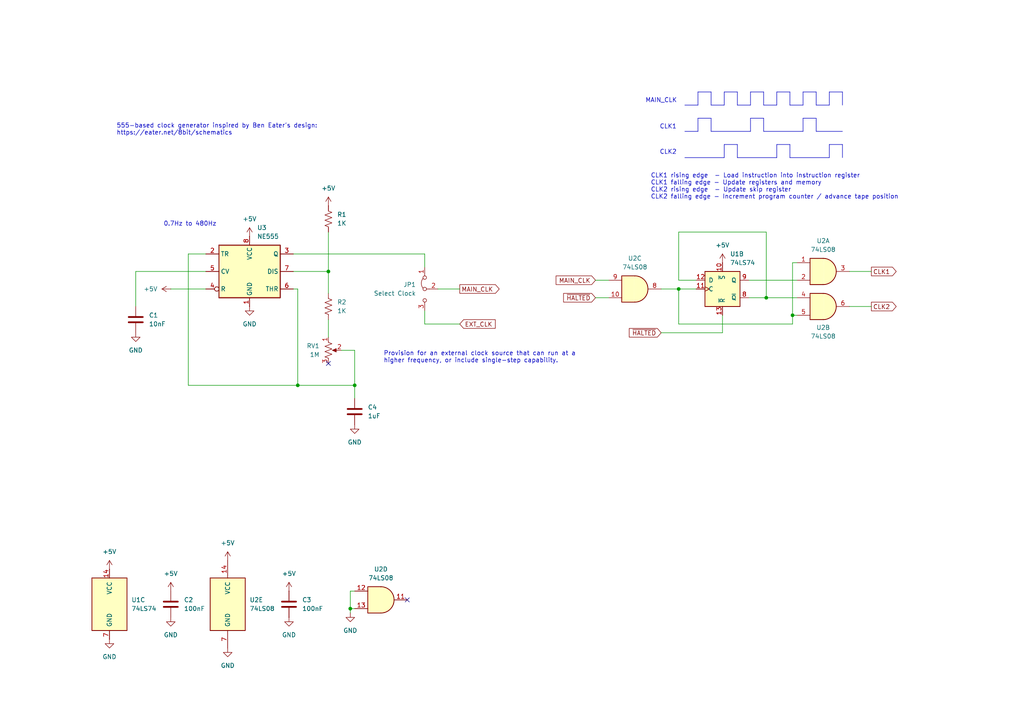
<source format=kicad_sch>
(kicad_sch (version 20231120) (generator "eeschema") (generator_version "8.0")
  (paper "A4")
  (title_block (title "UE1- TTL Clock and Diagnostics") (date "2025") (rev "1") (comment 1 "Copyright (c) 2025 Rhys Weatherley") (comment 3 "Clock"))
  (lib_symbols
    (symbol "74xx:74LS08" (pin_names (offset 1.016))
      (property "Reference" "U" (at 0 1.27 0))
      (property "Value" "74LS08" (at 0 -1.27 0))
      (symbol "74LS08_1_1"
        (arc (start 0 -3.81) (mid 3.7934 0) (end 0 3.81) (stroke (width 0.254)) (fill (type background)))
        (polyline (pts (xy 0 3.81) (xy -3.81 3.81) (xy -3.81 -3.81) (xy 0 -3.81)) (stroke (width 0.254)) (fill (type background)))
        (pin input line (at -7.62 2.54 0) (length 3.81) (name "~") (number "1"))
        (pin input line (at -7.62 -2.54 0) (length 3.81) (name "~") (number "2"))
        (pin output line (at 7.62 0 180) (length 3.81) (name "~") (number "3"))
      )
      (symbol "74LS08_1_2"
        (arc (start -3.81 -3.81) (mid -2.589 0) (end -3.81 3.81) (stroke (width 0.254)))
        (arc (start -0.6096 -3.81) (mid 2.1842 -2.5851) (end 3.81 0) (stroke (width 0.254)) (fill (type background)))
        (polyline (pts (xy -3.81 -3.81) (xy -0.635 -3.81)) (stroke (width 0.254)) (fill (type background)))
        (polyline (pts (xy -3.81 3.81) (xy -0.635 3.81)) (stroke (width 0.254)) (fill (type background)))
        (polyline (pts (xy -0.635 3.81) (xy -3.81 3.81) (xy -3.81 3.81) (xy -3.556 3.4036) (xy -3.0226 2.2606) (xy -2.6924 1.0414) (xy -2.6162 -0.254) (xy -2.7686 -1.4986) (xy -3.175 -2.7178) (xy -3.81 -3.81) (xy -3.81 -3.81) (xy -0.635 -3.81)) (stroke (width -25.4)) (fill (type background)))
        (arc (start 3.81 0) (mid 2.1915 2.5936) (end -0.6096 3.81) (stroke (width 0.254)) (fill (type background)))
        (pin input inverted (at -7.62 2.54 0) (length 4.318) (name "~") (number "1"))
        (pin input inverted (at -7.62 -2.54 0) (length 4.318) (name "~") (number "2"))
        (pin output inverted (at 7.62 0 180) (length 3.81) (name "~") (number "3"))
      )
      (symbol "74LS08_2_1"
        (arc (start 0 -3.81) (mid 3.7934 0) (end 0 3.81) (stroke (width 0.254)) (fill (type background)))
        (polyline (pts (xy 0 3.81) (xy -3.81 3.81) (xy -3.81 -3.81) (xy 0 -3.81)) (stroke (width 0.254)) (fill (type background)))
        (pin input line (at -7.62 2.54 0) (length 3.81) (name "~") (number "4"))
        (pin input line (at -7.62 -2.54 0) (length 3.81) (name "~") (number "5"))
        (pin output line (at 7.62 0 180) (length 3.81) (name "~") (number "6"))
      )
      (symbol "74LS08_2_2"
        (arc (start -3.81 -3.81) (mid -2.589 0) (end -3.81 3.81) (stroke (width 0.254)))
        (arc (start -0.6096 -3.81) (mid 2.1842 -2.5851) (end 3.81 0) (stroke (width 0.254)) (fill (type background)))
        (polyline (pts (xy -3.81 -3.81) (xy -0.635 -3.81)) (stroke (width 0.254)) (fill (type background)))
        (polyline (pts (xy -3.81 3.81) (xy -0.635 3.81)) (stroke (width 0.254)) (fill (type background)))
        (polyline (pts (xy -0.635 3.81) (xy -3.81 3.81) (xy -3.81 3.81) (xy -3.556 3.4036) (xy -3.0226 2.2606) (xy -2.6924 1.0414) (xy -2.6162 -0.254) (xy -2.7686 -1.4986) (xy -3.175 -2.7178) (xy -3.81 -3.81) (xy -3.81 -3.81) (xy -0.635 -3.81)) (stroke (width -25.4)) (fill (type background)))
        (arc (start 3.81 0) (mid 2.1915 2.5936) (end -0.6096 3.81) (stroke (width 0.254)) (fill (type background)))
        (pin input inverted (at -7.62 2.54 0) (length 4.318) (name "~") (number "4"))
        (pin input inverted (at -7.62 -2.54 0) (length 4.318) (name "~") (number "5"))
        (pin output inverted (at 7.62 0 180) (length 3.81) (name "~") (number "6"))
      )
      (symbol "74LS08_3_1"
        (arc (start 0 -3.81) (mid 3.7934 0) (end 0 3.81) (stroke (width 0.254)) (fill (type background)))
        (polyline (pts (xy 0 3.81) (xy -3.81 3.81) (xy -3.81 -3.81) (xy 0 -3.81)) (stroke (width 0.254)) (fill (type background)))
        (pin input line (at -7.62 -2.54 0) (length 3.81) (name "~") (number "10"))
        (pin output line (at 7.62 0 180) (length 3.81) (name "~") (number "8"))
        (pin input line (at -7.62 2.54 0) (length 3.81) (name "~") (number "9"))
      )
      (symbol "74LS08_3_2"
        (arc (start -3.81 -3.81) (mid -2.589 0) (end -3.81 3.81) (stroke (width 0.254)))
        (arc (start -0.6096 -3.81) (mid 2.1842 -2.5851) (end 3.81 0) (stroke (width 0.254)) (fill (type background)))
        (polyline (pts (xy -3.81 -3.81) (xy -0.635 -3.81)) (stroke (width 0.254)) (fill (type background)))
        (polyline (pts (xy -3.81 3.81) (xy -0.635 3.81)) (stroke (width 0.254)) (fill (type background)))
        (polyline (pts (xy -0.635 3.81) (xy -3.81 3.81) (xy -3.81 3.81) (xy -3.556 3.4036) (xy -3.0226 2.2606) (xy -2.6924 1.0414) (xy -2.6162 -0.254) (xy -2.7686 -1.4986) (xy -3.175 -2.7178) (xy -3.81 -3.81) (xy -3.81 -3.81) (xy -0.635 -3.81)) (stroke (width -25.4)) (fill (type background)))
        (arc (start 3.81 0) (mid 2.1915 2.5936) (end -0.6096 3.81) (stroke (width 0.254)) (fill (type background)))
        (pin input inverted (at -7.62 -2.54 0) (length 4.318) (name "~") (number "10"))
        (pin output inverted (at 7.62 0 180) (length 3.81) (name "~") (number "8"))
        (pin input inverted (at -7.62 2.54 0) (length 4.318) (name "~") (number "9"))
      )
      (symbol "74LS08_4_1"
        (arc (start 0 -3.81) (mid 3.7934 0) (end 0 3.81) (stroke (width 0.254)) (fill (type background)))
        (polyline (pts (xy 0 3.81) (xy -3.81 3.81) (xy -3.81 -3.81) (xy 0 -3.81)) (stroke (width 0.254)) (fill (type background)))
        (pin output line (at 7.62 0 180) (length 3.81) (name "~") (number "11"))
        (pin input line (at -7.62 2.54 0) (length 3.81) (name "~") (number "12"))
        (pin input line (at -7.62 -2.54 0) (length 3.81) (name "~") (number "13"))
      )
      (symbol "74LS08_4_2"
        (arc (start -3.81 -3.81) (mid -2.589 0) (end -3.81 3.81) (stroke (width 0.254)))
        (arc (start -0.6096 -3.81) (mid 2.1842 -2.5851) (end 3.81 0) (stroke (width 0.254)) (fill (type background)))
        (polyline (pts (xy -3.81 -3.81) (xy -0.635 -3.81)) (stroke (width 0.254)) (fill (type background)))
        (polyline (pts (xy -3.81 3.81) (xy -0.635 3.81)) (stroke (width 0.254)) (fill (type background)))
        (polyline (pts (xy -0.635 3.81) (xy -3.81 3.81) (xy -3.81 3.81) (xy -3.556 3.4036) (xy -3.0226 2.2606) (xy -2.6924 1.0414) (xy -2.6162 -0.254) (xy -2.7686 -1.4986) (xy -3.175 -2.7178) (xy -3.81 -3.81) (xy -3.81 -3.81) (xy -0.635 -3.81)) (stroke (width -25.4)) (fill (type background)))
        (arc (start 3.81 0) (mid 2.1915 2.5936) (end -0.6096 3.81) (stroke (width 0.254)) (fill (type background)))
        (pin output inverted (at 7.62 0 180) (length 3.81) (name "~") (number "11"))
        (pin input inverted (at -7.62 2.54 0) (length 4.318) (name "~") (number "12"))
        (pin input inverted (at -7.62 -2.54 0) (length 4.318) (name "~") (number "13"))
      )
      (symbol "74LS08_5_0"
        (pin power_in line (at 0 12.7 270) (length 5.08) (name "VCC") (number "14"))
        (pin power_in line (at 0 -12.7 90) (length 5.08) (name "GND") (number "7"))
      )
      (symbol "74LS08_5_1"
        (rectangle (start -5.08 7.62) (end 5.08 -7.62) (stroke (width 0.254)) (fill (type background)))
      )
    )
    (symbol "74xx:74LS74" (pin_names (offset 1.016))
      (property "Reference" "U" (at -7.62 8.89 0))
      (property "Value" "74LS74" (at -7.62 -8.89 0))
      (symbol "74LS74_1_0"
        (pin input line (at 0 -7.62 90) (length 2.54) (name "~{R}") (number "1"))
        (pin input line (at -7.62 2.54 0) (length 2.54) (name "D") (number "2"))
        (pin input clock (at -7.62 0 0) (length 2.54) (name "C") (number "3"))
        (pin input line (at 0 7.62 270) (length 2.54) (name "~{S}") (number "4"))
        (pin output line (at 7.62 2.54 180) (length 2.54) (name "Q") (number "5"))
        (pin output line (at 7.62 -2.54 180) (length 2.54) (name "~{Q}") (number "6"))
      )
      (symbol "74LS74_1_1"
        (rectangle (start -5.08 5.08) (end 5.08 -5.08) (stroke (width 0.254)) (fill (type background)))
      )
      (symbol "74LS74_2_0"
        (pin input line (at 0 7.62 270) (length 2.54) (name "~{S}") (number "10"))
        (pin input clock (at -7.62 0 0) (length 2.54) (name "C") (number "11"))
        (pin input line (at -7.62 2.54 0) (length 2.54) (name "D") (number "12"))
        (pin input line (at 0 -7.62 90) (length 2.54) (name "~{R}") (number "13"))
        (pin output line (at 7.62 -2.54 180) (length 2.54) (name "~{Q}") (number "8"))
        (pin output line (at 7.62 2.54 180) (length 2.54) (name "Q") (number "9"))
      )
      (symbol "74LS74_2_1"
        (rectangle (start -5.08 5.08) (end 5.08 -5.08) (stroke (width 0.254)) (fill (type background)))
      )
      (symbol "74LS74_3_0"
        (pin power_in line (at 0 10.16 270) (length 2.54) (name "VCC") (number "14"))
        (pin power_in line (at 0 -10.16 90) (length 2.54) (name "GND") (number "7"))
      )
      (symbol "74LS74_3_1"
        (rectangle (start -5.08 7.62) (end 5.08 -7.62) (stroke (width 0.254)) (fill (type background)))
      )
    )
    (symbol "Device:C" (pin_numbers hide) (pin_names (offset 0.254))
      (property "Reference" "C" (at 0.635 2.54 0))
      (property "Value" "C" (at 0.635 -2.54 0))
      (symbol "C_0_1"
        (polyline (pts (xy -2.032 -0.762) (xy 2.032 -0.762)) (stroke (width 0.508)))
        (polyline (pts (xy -2.032 0.762) (xy 2.032 0.762)) (stroke (width 0.508)))
      )
      (symbol "C_1_1"
        (pin passive line (at 0 3.81 270) (length 2.794) (name "~") (number "1"))
        (pin passive line (at 0 -3.81 90) (length 2.794) (name "~") (number "2"))
      )
    )
    (symbol "Device:R_Potentiometer_US" (pin_names (offset 1.016) hide)
      (property "Reference" "RV" (at -4.445 0 90))
      (property "Value" "R_Potentiometer_US" (at -2.54 0 90))
      (symbol "R_Potentiometer_US_0_1"
        (polyline (pts (xy 0 -2.286) (xy 0 -2.54)))
        (polyline (pts (xy 0 2.54) (xy 0 2.286)))
        (polyline (pts (xy 2.54 0) (xy 1.524 0)))
        (polyline (pts (xy 1.143 0) (xy 2.286 0.508) (xy 2.286 -0.508) (xy 1.143 0)) (fill (type outline)))
        (polyline (pts (xy 0 -0.762) (xy 1.016 -1.143) (xy 0 -1.524) (xy -1.016 -1.905) (xy 0 -2.286)))
        (polyline (pts (xy 0 0.762) (xy 1.016 0.381) (xy 0 0) (xy -1.016 -0.381) (xy 0 -0.762)))
        (polyline (pts (xy 0 2.286) (xy 1.016 1.905) (xy 0 1.524) (xy -1.016 1.143) (xy 0 0.762)))
      )
      (symbol "R_Potentiometer_US_1_1"
        (pin passive line (at 0 3.81 270) (length 1.27) (name "1") (number "1"))
        (pin passive line (at 3.81 0 180) (length 1.27) (name "2") (number "2"))
        (pin passive line (at 0 -3.81 90) (length 1.27) (name "3") (number "3"))
      )
    )
    (symbol "Device:R_US" (pin_numbers hide) (pin_names (offset 0))
      (property "Reference" "R" (at 2.54 0 90))
      (property "Value" "R_US" (at -2.54 0 90))
      (symbol "R_US_0_1"
        (polyline (pts (xy 0 -2.286) (xy 0 -2.54)))
        (polyline (pts (xy 0 2.286) (xy 0 2.54)))
        (polyline (pts (xy 0 -0.762) (xy 1.016 -1.143) (xy 0 -1.524) (xy -1.016 -1.905) (xy 0 -2.286)))
        (polyline (pts (xy 0 0.762) (xy 1.016 0.381) (xy 0 0) (xy -1.016 -0.381) (xy 0 -0.762)))
        (polyline (pts (xy 0 2.286) (xy 1.016 1.905) (xy 0 1.524) (xy -1.016 1.143) (xy 0 0.762)))
      )
      (symbol "R_US_1_1"
        (pin passive line (at 0 3.81 270) (length 1.27) (name "~") (number "1"))
        (pin passive line (at 0 -3.81 90) (length 1.27) (name "~") (number "2"))
      )
    )
    (symbol "Jumper:Jumper_3_Bridged12" (pin_names (offset 0) hide) (exclude_from_sim yes) (in_bom no)
      (property "Reference" "JP" (at -2.54 -2.54 0))
      (property "Value" "Jumper_3_Bridged12" (at 0 2.794 0))
      (symbol "Jumper_3_Bridged12_0_0"
        (circle (center -3.302 0) (radius 0.508))
        (circle (center 0 0) (radius 0.508))
        (circle (center 3.302 0) (radius 0.508))
      )
      (symbol "Jumper_3_Bridged12_0_1"
        (arc (start -0.254 0.508) (mid -1.651 0.9912) (end -3.048 0.508))
        (polyline (pts (xy 0 -1.27) (xy 0 -0.508)))
      )
      (symbol "Jumper_3_Bridged12_1_1"
        (pin passive line (at -6.35 0 0) (length 2.54) (name "A") (number "1"))
        (pin passive line (at 0 -3.81 90) (length 2.54) (name "C") (number "2"))
        (pin passive line (at 6.35 0 180) (length 2.54) (name "B") (number "3"))
      )
    )
    (symbol "Timer:NE555P"
      (property "Reference" "U" (at -10.16 8.89 0))
      (property "Value" "NE555P" (at 2.54 8.89 0))
      (symbol "NE555P_0_0"
        (pin power_in line (at 0 -10.16 90) (length 2.54) (name "GND") (number "1"))
        (pin power_in line (at 0 10.16 270) (length 2.54) (name "VCC") (number "8"))
      )
      (symbol "NE555P_0_1"
        (rectangle (start -8.89 -7.62) (end 8.89 7.62) (stroke (width 0.254)) (fill (type background)))
        (rectangle (start -8.89 -7.62) (end 8.89 7.62) (stroke (width 0.254)) (fill (type background)))
      )
      (symbol "NE555P_1_1"
        (pin input line (at -12.7 5.08 0) (length 3.81) (name "TR") (number "2"))
        (pin output line (at 12.7 5.08 180) (length 3.81) (name "Q") (number "3"))
        (pin input inverted (at -12.7 -5.08 0) (length 3.81) (name "R") (number "4"))
        (pin input line (at -12.7 0 0) (length 3.81) (name "CV") (number "5"))
        (pin input line (at 12.7 -5.08 180) (length 3.81) (name "THR") (number "6"))
        (pin input line (at 12.7 0 180) (length 3.81) (name "DIS") (number "7"))
      )
    )
    (symbol "power:+5V" (power) (pin_numbers hide) (pin_names (offset 0) hide)
      (property "Value" "+5V" (at 0 3.556 0))
      (symbol "+5V_0_1"
        (polyline (pts (xy -0.762 1.27) (xy 0 2.54)))
        (polyline (pts (xy 0 0) (xy 0 2.54)))
        (polyline (pts (xy 0 2.54) (xy 0.762 1.27)))
      )
      (symbol "+5V_1_1"
        (pin power_in line (at 0 0 90) (length 0) (name "~") (number "1"))
      )
    )
    (symbol "power:GND" (power) (pin_numbers hide) (pin_names (offset 0) hide)
      (property "Value" "GND" (at 0 -3.81 0))
      (symbol "GND_0_1"
        (polyline (pts (xy 0 0) (xy 0 -1.27) (xy 1.27 -1.27) (xy 0 -2.54) (xy -1.27 -1.27) (xy 0 -1.27)))
      )
      (symbol "GND_1_1"
        (pin power_in line (at 0 0 270) (length 0) (name "~") (number "1"))
      )
    )
  )
  (junction (at 101.6 176.53))
  (junction (at 102.87 111.76))
  (junction (at 229.87 91.44))
  (junction (at 222.25 86.36))
  (junction (at 95.25 78.74))
  (junction (at 196.85 83.82))
  (junction (at 86.36 111.76))
  (no_connect (at 95.25 105.41))
  (no_connect (at 118.11 173.99))
  (polyline (pts (xy 198.628 30.48) (xy 202.438 30.48)))
  (polyline (pts (xy 202.438 26.67) (xy 206.248 26.67)))
  (wire (pts (xy 196.85 67.31) (xy 196.85 81.28)))
  (polyline (pts (xy 217.678 34.29) (xy 221.488 34.29)))
  (polyline (pts (xy 244.348 41.91) (xy 244.348 45.72)))
  (wire (pts (xy 86.36 83.82) (xy 86.36 111.76)))
  (wire (pts (xy 229.87 91.44) (xy 229.87 93.98)))
  (polyline (pts (xy 213.868 45.72) (xy 225.298 45.72)))
  (polyline (pts (xy 213.868 26.67) (xy 213.868 30.48)))
  (wire (pts (xy 191.77 83.82) (xy 196.85 83.82)))
  (wire (pts (xy 85.09 78.74) (xy 95.25 78.74)))
  (wire (pts (xy 95.25 78.74) (xy 95.25 85.09)))
  (polyline (pts (xy 240.538 30.48) (xy 240.538 26.67)))
  (polyline (pts (xy 236.728 26.67) (xy 236.728 30.48)))
  (wire (pts (xy 102.87 101.6) (xy 102.87 111.76)))
  (wire (pts (xy 246.38 78.74) (xy 252.73 78.74)))
  (wire (pts (xy 229.87 76.2) (xy 229.87 91.44)))
  (wire (pts (xy 246.38 88.9) (xy 252.73 88.9)))
  (polyline (pts (xy 229.108 26.67) (xy 229.108 30.48)))
  (wire (pts (xy 172.72 86.36) (xy 176.53 86.36)))
  (wire (pts (xy 217.17 86.36) (xy 222.25 86.36)))
  (wire (pts (xy 196.85 81.28) (xy 201.93 81.28)))
  (polyline (pts (xy 221.488 34.29) (xy 221.488 38.1)))
  (polyline (pts (xy 236.728 34.29) (xy 236.728 38.1)))
  (polyline (pts (xy 225.298 26.67) (xy 229.108 26.67)))
  (wire (pts (xy 49.53 83.82) (xy 59.69 83.82)))
  (polyline (pts (xy 225.298 41.91) (xy 229.108 41.91)))
  (polyline (pts (xy 236.728 30.48) (xy 240.538 30.48)))
  (wire (pts (xy 196.85 83.82) (xy 201.93 83.82)))
  (wire (pts (xy 85.09 83.82) (xy 86.36 83.82)))
  (wire (pts (xy 196.85 93.98) (xy 196.85 83.82)))
  (polyline (pts (xy 198.628 45.72) (xy 210.058 45.72)))
  (wire (pts (xy 54.61 111.76) (xy 54.61 73.66)))
  (polyline (pts (xy 206.248 30.48) (xy 210.058 30.48)))
  (wire (pts (xy 222.25 67.31) (xy 196.85 67.31)))
  (wire (pts (xy 39.37 78.74) (xy 39.37 88.9)))
  (wire (pts (xy 54.61 73.66) (xy 59.69 73.66)))
  (polyline (pts (xy 202.438 38.1) (xy 202.438 34.29)))
  (wire (pts (xy 101.6 171.45) (xy 102.87 171.45)))
  (polyline (pts (xy 206.248 38.1) (xy 217.678 38.1)))
  (polyline (pts (xy 229.108 45.72) (xy 240.538 45.72)))
  (polyline (pts (xy 221.488 26.67) (xy 221.488 30.48)))
  (wire (pts (xy 86.36 111.76) (xy 54.61 111.76)))
  (polyline (pts (xy 210.058 26.67) (xy 213.868 26.67)))
  (polyline (pts (xy 202.438 30.48) (xy 202.438 26.67)))
  (polyline (pts (xy 206.248 34.29) (xy 206.248 38.1)))
  (polyline (pts (xy 206.248 26.67) (xy 206.248 30.48)))
  (polyline (pts (xy 217.678 26.67) (xy 221.488 26.67)))
  (polyline (pts (xy 217.678 30.48) (xy 217.678 26.67)))
  (polyline (pts (xy 240.538 41.91) (xy 244.348 41.91)))
  (wire (pts (xy 39.37 78.74) (xy 59.69 78.74)))
  (wire (pts (xy 222.25 86.36) (xy 231.14 86.36)))
  (polyline (pts (xy 232.918 30.48) (xy 232.918 26.67)))
  (wire (pts (xy 102.87 111.76) (xy 102.87 115.57)))
  (polyline (pts (xy 210.058 45.72) (xy 210.058 41.91)))
  (polyline (pts (xy 240.538 26.67) (xy 244.348 26.67)))
  (wire (pts (xy 101.6 177.8) (xy 101.6 176.53)))
  (polyline (pts (xy 244.348 26.67) (xy 244.348 30.48)))
  (polyline (pts (xy 221.488 38.1) (xy 232.918 38.1)))
  (wire (pts (xy 229.87 91.44) (xy 231.14 91.44)))
  (polyline (pts (xy 210.058 41.91) (xy 213.868 41.91)))
  (wire (pts (xy 86.36 111.76) (xy 102.87 111.76)))
  (wire (pts (xy 123.19 73.66) (xy 123.19 77.47)))
  (polyline (pts (xy 217.678 38.1) (xy 217.678 34.29)))
  (wire (pts (xy 101.6 176.53) (xy 102.87 176.53)))
  (polyline (pts (xy 221.488 30.48) (xy 225.298 30.48)))
  (wire (pts (xy 191.77 96.52) (xy 209.55 96.52)))
  (wire (pts (xy 85.09 73.66) (xy 123.19 73.66)))
  (polyline (pts (xy 232.918 38.1) (xy 232.918 34.29)))
  (wire (pts (xy 95.25 67.31) (xy 95.25 78.74)))
  (polyline (pts (xy 232.918 26.67) (xy 236.728 26.67)))
  (polyline (pts (xy 229.108 30.48) (xy 232.918 30.48)))
  (polyline (pts (xy 198.628 38.1) (xy 202.438 38.1)))
  (wire (pts (xy 127 83.82) (xy 133.35 83.82)))
  (wire (pts (xy 229.87 93.98) (xy 196.85 93.98)))
  (polyline (pts (xy 240.538 45.72) (xy 240.538 41.91)))
  (polyline (pts (xy 202.438 34.29) (xy 206.248 34.29)))
  (polyline (pts (xy 213.868 30.48) (xy 217.678 30.48)))
  (polyline (pts (xy 236.728 38.1) (xy 244.348 38.1)))
  (wire (pts (xy 172.72 81.28) (xy 176.53 81.28)))
  (wire (pts (xy 99.06 101.6) (xy 102.87 101.6)))
  (wire (pts (xy 222.25 86.36) (xy 222.25 67.31)))
  (polyline (pts (xy 213.868 41.91) (xy 213.868 45.72)))
  (polyline (pts (xy 225.298 30.48) (xy 225.298 26.67)))
  (polyline (pts (xy 210.058 30.48) (xy 210.058 26.67)))
  (wire (pts (xy 101.6 176.53) (xy 101.6 171.45)))
  (polyline (pts (xy 229.108 41.91) (xy 229.108 45.72)))
  (polyline (pts (xy 232.918 34.29) (xy 236.728 34.29)))
  (polyline (pts (xy 225.298 45.72) (xy 225.298 41.91)))
  (wire (pts (xy 133.35 93.98) (xy 123.19 93.98)))
  (wire (pts (xy 231.14 76.2) (xy 229.87 76.2)))
  (wire (pts (xy 123.19 93.98) (xy 123.19 90.17)))
  (wire (pts (xy 95.25 92.71) (xy 95.25 97.79)))
  (wire (pts (xy 217.17 81.28) (xy 231.14 81.28)))
  (wire (pts (xy 209.55 96.52) (xy 209.55 91.44)))
  (text "0.7Hz to 480Hz" (at 55.118 65.024 0) (effects (font (size 1.27 1.27))))
  (text "Provision for an external clock source that can run at a\nhigher frequency, or include single-step capability." (at 111.252 103.632 0) (effects (font (size 1.27 1.27)) (justify left)))
  (text "CLK1 rising edge  - Load instruction into instruction register\nCLK1 falling edge - Update registers and memory\nCLK2 rising edge  - Update skip register\nCLK2 falling edge - Increment program counter / advance tape position" (at 188.722 54.102 0) (effects (font (size 1.27 1.27)) (justify left)))
  (text "555-based clock generator inspired by Ben Eater's design:\nhttps://eater.net/8bit/schematics" (at 33.782 37.592 0) (effects (font (size 1.27 1.27)) (justify left)))
  (text "MAIN_CLK" (at 191.77 29.21 0) (effects (font (size 1.27 1.27))))
  (text "CLK2" (at 193.802 44.196 0) (effects (font (size 1.27 1.27))))
  (text "CLK1" (at 193.802 36.83 0) (effects (font (size 1.27 1.27))))
  (global_label "CLK2" (shape output) (at 252.73 88.9 0) (property "Intersheetrefs" "${INTERSHEET_REFS}" (effects (hide yes))))
  (global_label "~{HALTED}" (shape input) (at 191.77 96.52 180) (property "Intersheetrefs" "${INTERSHEET_REFS}" (effects (hide yes))))
  (global_label "~{HALTED}" (shape input) (at 172.72 86.36 180) (property "Intersheetrefs" "${INTERSHEET_REFS}" (effects (hide yes))))
  (global_label "MAIN_CLK" (shape output) (at 133.35 83.82 0) (property "Intersheetrefs" "${INTERSHEET_REFS}" (effects (hide yes))))
  (global_label "EXT_CLK" (shape input) (at 133.35 93.98 0) (property "Intersheetrefs" "${INTERSHEET_REFS}" (effects (hide yes))))
  (global_label "CLK1" (shape output) (at 252.73 78.74 0) (property "Intersheetrefs" "${INTERSHEET_REFS}" (effects (hide yes))))
  (global_label "MAIN_CLK" (shape input) (at 172.72 81.28 180) (property "Intersheetrefs" "${INTERSHEET_REFS}" (effects (hide yes))))
  (symbol (lib_id "power:GND") (at 102.87 123.19 0) (unit 1)
    (property "Reference" "#PWR23" (effects (hide yes)))
    (property "Value" "GND" (at 102.87 128.27 0))
    (property "Description" "Power symbol creates a global label with name \"GND\" , ground" (effects (hide yes)))
  )
  (symbol (lib_id "Device:C") (at 83.82 175.26 0) (unit 1)
    (property "Reference" "C3" (at 87.63 173.9899 0) (effects (justify left)))
    (property "Value" "100nF" (at 87.63 176.5299 0) (effects (justify left)))
    (property "Footprint" "Capacitor_THT:C_Disc_D5.0mm_W2.5mm_P5.00mm" (effects (hide yes)))
    (property "Description" "Unpolarized capacitor" (effects (hide yes)))
  )
  (symbol (lib_id "power:+5V") (at 66.04 162.56 0) (unit 1)
    (property "Reference" "#PWR15" (effects (hide yes)))
    (property "Value" "+5V" (at 66.04 157.48 0))
    (property "Description" "Power symbol creates a global label with name \"+5V\"" (effects (hide yes)))
  )
  (symbol (lib_id "Device:R_Potentiometer_US") (at 95.25 101.6 0) (unit 1)
    (property "Reference" "RV1" (at 92.71 100.3299 0) (effects (justify right)))
    (property "Value" "1M" (at 92.71 102.8699 0) (effects (justify right)))
    (property "Footprint" "Potentiometer_THT:Potentiometer_Bourns_3266Y_Vertical" (effects (hide yes)))
    (property "Description" "Potentiometer, US symbol" (effects (hide yes)))
  )
  (symbol (lib_id "power:+5V") (at 95.25 59.69 0) (unit 1)
    (property "Reference" "#PWR21" (effects (hide yes)))
    (property "Value" "+5V" (at 95.25 54.61 0))
    (property "Description" "Power symbol creates a global label with name \"+5V\"" (effects (hide yes)))
  )
  (symbol (lib_id "Device:C") (at 39.37 92.71 0) (unit 1)
    (property "Reference" "C1" (at 43.18 91.4399 0) (effects (justify left)))
    (property "Value" "10nF" (at 43.18 93.9799 0) (effects (justify left)))
    (property "Footprint" "Capacitor_THT:C_Disc_D5.0mm_W2.5mm_P5.00mm" (effects (hide yes)))
  )
  (symbol (lib_id "Device:R_US") (at 95.25 88.9 0) (unit 1)
    (property "Reference" "R2" (at 97.79 87.6299 0) (effects (justify left)))
    (property "Value" "1K" (at 97.79 90.1699 0) (effects (justify left)))
    (property "Footprint" "Resistor_THT:R_Axial_DIN0207_L6.3mm_D2.5mm_P7.62mm_Horizontal" (effects (hide yes)))
    (property "Description" "Resistor, US symbol" (effects (hide yes)))
  )
  (symbol (lib_id "power:+5V") (at 31.75 165.1 0) (unit 1)
    (property "Reference" "#PWR9" (effects (hide yes)))
    (property "Value" "+5V" (at 31.75 160.02 0))
    (property "Description" "Power symbol creates a global label with name \"+5V\"" (effects (hide yes)))
  )
  (symbol (lib_id "Timer:NE555P") (at 72.39 78.74 0) (unit 1)
    (property "Reference" "U3" (at 74.5841 66.04 0) (effects (justify left)))
    (property "Value" "NE555" (at 74.5841 68.58 0) (effects (justify left)))
    (property "Footprint" "Package_DIP:DIP-8_W7.62mm" (effects (hide yes)))
    (property "Datasheet" "http://www.ti.com/lit/ds/symlink/ne555.pdf" (effects (hide yes)))
    (property "Description" "Precision Timers, 555 compatible,  PDIP-8" (effects (hide yes)))
  )
  (symbol (lib_id "power:+5V") (at 209.55 76.2 0) (unit 1)
    (property "Reference" "#PWR24" (effects (hide yes)))
    (property "Value" "+5V" (at 209.55 71.12 0))
    (property "Description" "Power symbol creates a global label with name \"+5V\"" (effects (hide yes)))
  )
  (symbol (lib_id "Device:C") (at 49.53 175.26 0) (unit 1)
    (property "Reference" "C2" (at 53.34 173.9899 0) (effects (justify left)))
    (property "Value" "100nF" (at 53.34 176.5299 0) (effects (justify left)))
    (property "Footprint" "Capacitor_THT:C_Disc_D5.0mm_W2.5mm_P5.00mm" (effects (hide yes)))
    (property "Description" "Unpolarized capacitor" (effects (hide yes)))
  )
  (symbol (lib_id "power:GND") (at 39.37 96.52 0) (unit 1)
    (property "Reference" "#PWR11" (effects (hide yes)))
    (property "Value" "GND" (at 39.37 101.6 0))
    (property "Description" "Power symbol creates a global label with name \"GND\" , ground" (effects (hide yes)))
  )
  (symbol (lib_id "Device:C") (at 102.87 119.38 0) (unit 1)
    (property "Reference" "C4" (at 106.68 118.1099 0) (effects (justify left)))
    (property "Value" "1uF" (at 106.68 120.6499 0) (effects (justify left)))
    (property "Footprint" "Capacitor_THT:C_Disc_D5.0mm_W2.5mm_P5.00mm" (effects (hide yes)))
  )
  (symbol (lib_id "power:+5V") (at 72.39 68.58 0) (unit 1)
    (property "Reference" "#PWR17" (effects (hide yes)))
    (property "Value" "+5V" (at 72.39 63.5 0))
    (property "Description" "Power symbol creates a global label with name \"+5V\"" (effects (hide yes)))
  )
  (symbol (lib_id "power:GND") (at 83.82 179.07 0) (unit 1)
    (property "Reference" "#PWR20" (effects (hide yes)))
    (property "Value" "GND" (at 83.82 184.15 0))
    (property "Description" "Power symbol creates a global label with name \"GND\" , ground" (effects (hide yes)))
  )
  (symbol (lib_id "power:GND") (at 101.6 177.8 0) (unit 1)
    (property "Reference" "#PWR22" (effects (hide yes)))
    (property "Value" "GND" (at 101.6 182.88 0))
    (property "Description" "Power symbol creates a global label with name \"GND\" , ground" (effects (hide yes)))
  )
  (symbol (lib_id "74xx:74LS74") (at 209.55 83.82 0) (unit 2)
    (property "Reference" "U1" (at 211.7441 73.66 0) (effects (justify left)))
    (property "Value" "74LS74" (at 211.7441 76.2 0) (effects (justify left)))
    (property "Footprint" "Package_DIP:DIP-14_W7.62mm" (effects (hide yes)))
    (property "Datasheet" "74xx/74hc_hct74.pdf" (effects (hide yes)))
    (property "Description" "Dual D Flip-flop, Set & Reset" (effects (hide yes)))
  )
  (symbol (lib_id "power:GND") (at 72.39 88.9 0) (unit 1)
    (property "Reference" "#PWR18" (effects (hide yes)))
    (property "Value" "GND" (at 72.39 93.98 0))
    (property "Description" "Power symbol creates a global label with name \"GND\" , ground" (effects (hide yes)))
  )
  (symbol (lib_id "74xx:74LS08") (at 238.76 88.9 0) (unit 2)
    (property "Reference" "U2" (at 238.76 94.996 0))
    (property "Value" "74LS08" (at 238.76 97.536 0))
    (property "Footprint" "Package_DIP:DIP-14_W7.62mm" (effects (hide yes)))
    (property "Datasheet" "http://www.ti.com/lit/gpn/sn74LS08" (effects (hide yes)))
    (property "Description" "Quad And2" (effects (hide yes)))
  )
  (symbol (lib_id "74xx:74LS08") (at 110.49 173.99 0) (unit 4)
    (property "Reference" "U2" (at 110.4817 165.1 0))
    (property "Value" "74LS08" (at 110.4817 167.64 0))
    (property "Footprint" "Package_DIP:DIP-14_W7.62mm" (effects (hide yes)))
    (property "Datasheet" "http://www.ti.com/lit/gpn/sn74LS08" (effects (hide yes)))
    (property "Description" "Quad And2" (effects (hide yes)))
  )
  (symbol (lib_id "Jumper:Jumper_3_Bridged12") (at 123.19 83.82 90) (mirror x) (unit 1) (exclude_from_sim yes) (in_bom no)
    (property "Reference" "JP1" (at 120.65 82.5499 90) (effects (justify left)))
    (property "Value" "Select Clock" (at 120.65 85.0899 90) (effects (justify left)))
    (property "Footprint" "Connector_PinHeader_2.54mm:PinHeader_1x03_P2.54mm_Vertical" (effects (hide yes)))
    (property "Description" "Jumper, 3-pole, pins 1+2 closed/bridged" (effects (hide yes)))
  )
  (symbol (lib_id "power:GND") (at 49.53 179.07 0) (unit 1)
    (property "Reference" "#PWR14" (effects (hide yes)))
    (property "Value" "GND" (at 49.53 184.15 0))
    (property "Description" "Power symbol creates a global label with name \"GND\" , ground" (effects (hide yes)))
  )
  (symbol (lib_id "power:GND") (at 31.75 185.42 0) (unit 1)
    (property "Reference" "#PWR10" (effects (hide yes)))
    (property "Value" "GND" (at 31.75 190.5 0))
    (property "Description" "Power symbol creates a global label with name \"GND\" , ground" (effects (hide yes)))
  )
  (symbol (lib_id "power:+5V") (at 83.82 171.45 0) (unit 1)
    (property "Reference" "#PWR19" (effects (hide yes)))
    (property "Value" "+5V" (at 83.82 166.37 0))
    (property "Description" "Power symbol creates a global label with name \"+5V\"" (effects (hide yes)))
  )
  (symbol (lib_id "power:+5V") (at 49.53 171.45 0) (unit 1)
    (property "Reference" "#PWR13" (effects (hide yes)))
    (property "Value" "+5V" (at 49.53 166.37 0))
    (property "Description" "Power symbol creates a global label with name \"+5V\"" (effects (hide yes)))
  )
  (symbol (lib_id "74xx:74LS08") (at 238.76 78.74 0) (unit 1)
    (property "Reference" "U2" (at 238.7517 69.85 0))
    (property "Value" "74LS08" (at 238.7517 72.39 0))
    (property "Footprint" "Package_DIP:DIP-14_W7.62mm" (effects (hide yes)))
    (property "Datasheet" "http://www.ti.com/lit/gpn/sn74LS08" (effects (hide yes)))
    (property "Description" "Quad And2" (effects (hide yes)))
  )
  (symbol (lib_id "74xx:74LS08") (at 66.04 175.26 0) (unit 5)
    (property "Reference" "U2" (at 72.39 173.9899 0) (effects (justify left)))
    (property "Value" "74LS08" (at 72.39 176.5299 0) (effects (justify left)))
    (property "Footprint" "Package_DIP:DIP-14_W7.62mm" (effects (hide yes)))
    (property "Datasheet" "http://www.ti.com/lit/gpn/sn74LS08" (effects (hide yes)))
    (property "Description" "Quad And2" (effects (hide yes)))
  )
  (symbol (lib_id "74xx:74LS74") (at 31.75 175.26 0) (unit 3)
    (property "Reference" "U1" (at 38.1 173.9899 0) (effects (justify left)))
    (property "Value" "74LS74" (at 38.1 176.5299 0) (effects (justify left)))
    (property "Footprint" "Package_DIP:DIP-14_W7.62mm" (effects (hide yes)))
    (property "Datasheet" "74xx/74hc_hct74.pdf" (effects (hide yes)))
    (property "Description" "Dual D Flip-flop, Set & Reset" (effects (hide yes)))
  )
  (symbol (lib_id "Device:R_US") (at 95.25 63.5 0) (unit 1)
    (property "Reference" "R1" (at 97.79 62.2299 0) (effects (justify left)))
    (property "Value" "1K" (at 97.79 64.7699 0) (effects (justify left)))
    (property "Footprint" "Resistor_THT:R_Axial_DIN0207_L6.3mm_D2.5mm_P7.62mm_Horizontal" (effects (hide yes)))
    (property "Description" "Resistor, US symbol" (effects (hide yes)))
  )
  (symbol (lib_id "power:GND") (at 66.04 187.96 0) (unit 1)
    (property "Reference" "#PWR16" (effects (hide yes)))
    (property "Value" "GND" (at 66.04 193.04 0))
    (property "Description" "Power symbol creates a global label with name \"GND\" , ground" (effects (hide yes)))
  )
  (symbol (lib_id "power:+5V") (at 49.53 83.82 90) (unit 1)
    (property "Reference" "#PWR12" (effects (hide yes)))
    (property "Value" "+5V" (at 45.72 83.8199 90) (effects (justify left)))
    (property "Description" "Power symbol creates a global label with name \"+5V\"" (effects (hide yes)))
  )
  (symbol (lib_id "74xx:74LS08") (at 184.15 83.82 0) (unit 3)
    (property "Reference" "U2" (at 184.1417 74.93 0))
    (property "Value" "74LS08" (at 184.1417 77.47 0))
    (property "Footprint" "Package_DIP:DIP-14_W7.62mm" (effects (hide yes)))
    (property "Datasheet" "http://www.ti.com/lit/gpn/sn74LS08" (effects (hide yes)))
    (property "Description" "Quad And2" (effects (hide yes)))
  )
)
</source>
